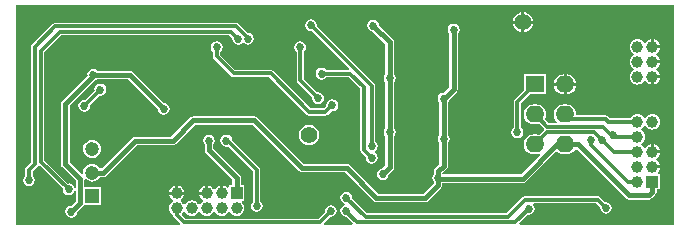
<source format=gbl>
G04 Layer_Physical_Order=2*
G04 Layer_Color=16711680*
%FSLAX23Y23*%
%MOIN*%
G70*
G01*
G75*
%ADD27C,0.016*%
%ADD28C,0.012*%
%ADD32C,0.055*%
%ADD33C,0.039*%
%ADD34R,0.039X0.039*%
%ADD35R,0.039X0.039*%
%ADD36O,0.062X0.055*%
%ADD37R,0.062X0.055*%
%ADD38C,0.047*%
%ADD39R,0.047X0.047*%
%ADD40C,0.027*%
G36*
X2352Y850D02*
X1838D01*
X1837Y854D01*
X1866Y884D01*
X1868Y883D01*
X1876Y885D01*
X1882Y889D01*
X1886Y895D01*
X1888Y903D01*
X1886Y911D01*
X1883Y916D01*
X1885Y921D01*
X2093D01*
X2107Y907D01*
X2106Y905D01*
X2108Y897D01*
X2112Y891D01*
X2118Y887D01*
X2126Y885D01*
X2134Y887D01*
X2140Y891D01*
X2144Y897D01*
X2146Y905D01*
X2144Y913D01*
X2140Y919D01*
X2134Y923D01*
X2126Y925D01*
X2124Y924D01*
X2107Y942D01*
X2103Y944D01*
X2098Y945D01*
X2098Y945D01*
X1857D01*
X1857Y945D01*
X1852Y944D01*
X1848Y942D01*
X1848Y942D01*
X1794Y887D01*
X1330D01*
X1280Y937D01*
X1281Y939D01*
X1279Y947D01*
X1275Y953D01*
X1269Y957D01*
X1261Y959D01*
X1253Y957D01*
X1247Y953D01*
X1243Y947D01*
X1241Y939D01*
X1243Y931D01*
X1247Y925D01*
X1253Y921D01*
X1256Y920D01*
Y915D01*
X1252Y914D01*
X1246Y910D01*
X1242Y904D01*
X1240Y896D01*
X1242Y888D01*
X1246Y882D01*
X1252Y878D01*
X1260Y876D01*
X1282Y854D01*
X1280Y850D01*
X1187D01*
X1186Y854D01*
X1207Y876D01*
X1209Y875D01*
X1217Y877D01*
X1223Y881D01*
X1227Y887D01*
X1229Y895D01*
X1227Y903D01*
X1223Y909D01*
X1217Y913D01*
X1209Y915D01*
X1201Y913D01*
X1195Y909D01*
X1191Y903D01*
X1189Y895D01*
X1190Y893D01*
X1167Y870D01*
X725D01*
X713Y882D01*
X713Y887D01*
X717Y892D01*
X720Y892D01*
X720D01*
X723Y892D01*
X727Y887D01*
X732Y883D01*
X738Y880D01*
X745Y879D01*
X752Y880D01*
X758Y883D01*
X763Y887D01*
X767Y892D01*
X770Y892D01*
X770D01*
X773Y892D01*
X777Y887D01*
X782Y883D01*
X788Y880D01*
X795Y879D01*
X802Y880D01*
X808Y883D01*
X813Y887D01*
X817Y892D01*
X820Y892D01*
X820D01*
X823Y892D01*
X827Y887D01*
X832Y883D01*
X838Y880D01*
X845Y879D01*
X852Y880D01*
X858Y883D01*
X863Y887D01*
X867Y892D01*
X870Y892D01*
X870D01*
X873Y892D01*
X877Y887D01*
X882Y883D01*
X888Y880D01*
X895Y879D01*
X902Y880D01*
X908Y883D01*
X913Y887D01*
X917Y892D01*
X920Y898D01*
X921Y905D01*
X920Y912D01*
X917Y918D01*
X913Y923D01*
X912Y924D01*
X914Y929D01*
X921D01*
Y981D01*
X909D01*
Y1005D01*
X908Y1010D01*
X905Y1015D01*
X817Y1103D01*
Y1116D01*
X821Y1122D01*
X823Y1130D01*
X821Y1138D01*
X817Y1144D01*
X811Y1148D01*
X803Y1150D01*
X795Y1148D01*
X789Y1144D01*
X785Y1138D01*
X783Y1130D01*
X785Y1122D01*
X789Y1116D01*
Y1097D01*
X790Y1092D01*
X793Y1087D01*
X881Y999D01*
Y981D01*
X869D01*
Y974D01*
X864Y972D01*
X863Y973D01*
X858Y977D01*
X852Y980D01*
X850Y980D01*
Y955D01*
X840D01*
Y980D01*
X838Y980D01*
X832Y977D01*
X827Y973D01*
X823Y968D01*
X820Y968D01*
X820D01*
X817Y968D01*
X813Y973D01*
X808Y977D01*
X802Y980D01*
X800Y980D01*
Y955D01*
X795D01*
Y950D01*
X770D01*
X770Y948D01*
X773Y942D01*
X777Y937D01*
X782Y933D01*
X782Y930D01*
Y930D01*
X782Y927D01*
X777Y923D01*
X773Y918D01*
X770Y918D01*
X770D01*
X767Y918D01*
X763Y923D01*
X758Y927D01*
X752Y930D01*
X745Y931D01*
X738Y930D01*
X732Y927D01*
X727Y923D01*
X723Y918D01*
X720Y918D01*
X720D01*
X717Y918D01*
X713Y923D01*
X708Y927D01*
X708Y930D01*
Y930D01*
X708Y933D01*
X713Y937D01*
X717Y942D01*
X720Y948D01*
X720Y950D01*
X670D01*
X670Y948D01*
X673Y942D01*
X677Y937D01*
X682Y933D01*
X682Y930D01*
Y930D01*
X682Y927D01*
X677Y923D01*
X673Y918D01*
X670Y912D01*
X669Y905D01*
X670Y898D01*
X673Y892D01*
X677Y887D01*
X682Y883D01*
X683Y882D01*
X684Y878D01*
X686Y874D01*
X706Y854D01*
X705Y850D01*
X161D01*
Y1582D01*
X2352D01*
Y850D01*
D02*
G37*
%LPC*%
G36*
X1927Y1351D02*
X1853D01*
Y1298D01*
X1822Y1267D01*
X1820Y1263D01*
X1819Y1258D01*
X1819Y1258D01*
Y1172D01*
X1817Y1171D01*
X1813Y1165D01*
X1811Y1157D01*
X1813Y1149D01*
X1817Y1143D01*
X1823Y1139D01*
X1831Y1137D01*
X1839Y1139D01*
X1845Y1143D01*
X1849Y1149D01*
X1851Y1157D01*
X1849Y1165D01*
X1845Y1171D01*
X1843Y1172D01*
Y1253D01*
X1874Y1284D01*
X1927D01*
Y1351D01*
D02*
G37*
G36*
X1136Y1183D02*
X1127Y1182D01*
X1119Y1178D01*
X1112Y1173D01*
X1107Y1166D01*
X1103Y1158D01*
X1102Y1149D01*
X1103Y1140D01*
X1107Y1132D01*
X1112Y1125D01*
X1119Y1120D01*
X1127Y1116D01*
X1136Y1115D01*
X1145Y1116D01*
X1153Y1120D01*
X1160Y1125D01*
X1165Y1132D01*
X1169Y1140D01*
X1170Y1149D01*
X1169Y1158D01*
X1165Y1166D01*
X1160Y1173D01*
X1153Y1178D01*
X1145Y1182D01*
X1136Y1183D01*
D02*
G37*
G36*
X2286Y1118D02*
Y1097D01*
X2306D01*
X2306Y1099D01*
X2303Y1105D01*
X2299Y1111D01*
X2294Y1115D01*
X2287Y1117D01*
X2286Y1118D01*
D02*
G37*
G36*
X1107Y1461D02*
X1099Y1459D01*
X1093Y1455D01*
X1089Y1449D01*
X1087Y1441D01*
X1089Y1433D01*
X1093Y1427D01*
X1095Y1426D01*
Y1331D01*
X1095Y1331D01*
X1096Y1326D01*
X1098Y1322D01*
X1148Y1273D01*
X1147Y1271D01*
X1149Y1263D01*
X1153Y1257D01*
X1159Y1253D01*
X1167Y1251D01*
X1175Y1253D01*
X1181Y1257D01*
X1185Y1263D01*
X1187Y1271D01*
X1185Y1279D01*
X1181Y1285D01*
X1175Y1289D01*
X1167Y1291D01*
X1165Y1290D01*
X1119Y1336D01*
Y1426D01*
X1121Y1427D01*
X1125Y1433D01*
X1127Y1441D01*
X1125Y1449D01*
X1121Y1455D01*
X1115Y1459D01*
X1107Y1461D01*
D02*
G37*
G36*
X828D02*
X820Y1459D01*
X814Y1455D01*
X810Y1449D01*
X808Y1441D01*
X810Y1433D01*
X814Y1427D01*
X816Y1426D01*
Y1411D01*
X816Y1411D01*
X817Y1406D01*
X819Y1402D01*
X876Y1345D01*
X876Y1345D01*
X880Y1343D01*
X885Y1342D01*
X885Y1342D01*
X1003D01*
X1128Y1216D01*
X1128Y1216D01*
X1132Y1214D01*
X1137Y1213D01*
X1191D01*
X1191Y1213D01*
X1196Y1214D01*
X1200Y1216D01*
X1212Y1229D01*
X1214Y1228D01*
X1222Y1230D01*
X1228Y1234D01*
X1232Y1240D01*
X1234Y1248D01*
X1232Y1256D01*
X1228Y1262D01*
X1222Y1266D01*
X1214Y1268D01*
X1206Y1266D01*
X1200Y1262D01*
X1196Y1256D01*
X1194Y1248D01*
X1195Y1246D01*
X1186Y1237D01*
X1142D01*
X1017Y1363D01*
X1013Y1365D01*
X1008Y1366D01*
X1008Y1366D01*
X890D01*
X840Y1416D01*
Y1426D01*
X842Y1427D01*
X846Y1433D01*
X848Y1441D01*
X846Y1449D01*
X842Y1455D01*
X836Y1459D01*
X828Y1461D01*
D02*
G37*
G36*
X894Y1523D02*
X894Y1523D01*
X291D01*
X286Y1522D01*
X282Y1520D01*
X282Y1520D01*
X213Y1451D01*
X211Y1447D01*
X210Y1442D01*
X210Y1442D01*
Y1057D01*
X194Y1041D01*
X191Y1037D01*
X191Y1033D01*
X191Y1031D01*
Y1013D01*
X189Y1012D01*
X185Y1006D01*
X183Y998D01*
X185Y990D01*
X189Y984D01*
X195Y980D01*
X203Y978D01*
X211Y980D01*
X217Y984D01*
X221Y990D01*
X223Y998D01*
X221Y1006D01*
X217Y1012D01*
X215Y1013D01*
Y1028D01*
X231Y1043D01*
X232Y1046D01*
X238Y1047D01*
X316Y969D01*
X315Y967D01*
X317Y959D01*
X321Y953D01*
X327Y949D01*
X335Y947D01*
X343Y949D01*
X349Y953D01*
X353Y959D01*
X354Y962D01*
X359Y961D01*
Y928D01*
X344Y913D01*
X336Y911D01*
X330Y907D01*
X326Y901D01*
X324Y893D01*
X326Y885D01*
X330Y879D01*
X336Y875D01*
X344Y873D01*
X352Y875D01*
X358Y879D01*
X362Y885D01*
X364Y893D01*
X383Y912D01*
X385Y915D01*
X443D01*
Y974D01*
X387D01*
Y1000D01*
X391Y1001D01*
X392Y1002D01*
X398Y997D01*
X405Y994D01*
X413Y993D01*
X421Y994D01*
X428Y997D01*
X434Y1002D01*
X439Y1008D01*
X439Y1009D01*
X451D01*
X456Y1010D01*
X461Y1013D01*
X562Y1114D01*
X682D01*
X687Y1115D01*
X692Y1118D01*
X757Y1183D01*
X948D01*
X1103Y1028D01*
X1108Y1025D01*
X1113Y1024D01*
X1256D01*
X1351Y929D01*
X1356Y926D01*
X1361Y925D01*
X1524D01*
X1529Y926D01*
X1534Y929D01*
X1577Y972D01*
X1580Y977D01*
X1581Y982D01*
Y989D01*
X1849D01*
X1854Y990D01*
X1859Y993D01*
X1960Y1094D01*
X1963Y1093D01*
X1970Y1088D01*
X1978Y1085D01*
X1987Y1084D01*
X1993D01*
X2002Y1085D01*
X2010Y1088D01*
X2017Y1093D01*
X2022Y1100D01*
X2025Y1101D01*
X2028Y1101D01*
X2192Y937D01*
X2197Y934D01*
X2202Y933D01*
X2268D01*
X2273Y934D01*
X2278Y937D01*
X2291Y950D01*
X2294Y954D01*
X2295Y960D01*
Y967D01*
X2306D01*
Y1018D01*
X2299D01*
X2298Y1023D01*
X2299Y1024D01*
X2303Y1029D01*
X2306Y1036D01*
X2306Y1037D01*
X2281D01*
Y1047D01*
X2306D01*
X2306Y1049D01*
X2303Y1055D01*
X2299Y1061D01*
X2294Y1065D01*
X2293Y1067D01*
Y1067D01*
X2294Y1070D01*
X2299Y1074D01*
X2303Y1079D01*
X2306Y1086D01*
X2306Y1087D01*
X2281D01*
Y1092D01*
X2276D01*
Y1118D01*
X2274Y1117D01*
X2268Y1115D01*
X2262Y1111D01*
X2258Y1106D01*
X2256Y1105D01*
X2256D01*
X2253Y1106D01*
X2249Y1111D01*
X2244Y1115D01*
X2243Y1117D01*
Y1117D01*
X2244Y1120D01*
X2249Y1124D01*
X2253Y1129D01*
X2256Y1136D01*
X2257Y1142D01*
X2256Y1149D01*
X2253Y1155D01*
X2249Y1161D01*
X2244Y1165D01*
X2243Y1167D01*
Y1167D01*
X2244Y1170D01*
X2249Y1174D01*
X2253Y1179D01*
X2256Y1180D01*
X2256D01*
X2258Y1179D01*
X2262Y1174D01*
X2268Y1170D01*
X2274Y1167D01*
X2281Y1166D01*
X2287Y1167D01*
X2294Y1170D01*
X2299Y1174D01*
X2303Y1179D01*
X2306Y1186D01*
X2307Y1192D01*
X2306Y1199D01*
X2303Y1205D01*
X2299Y1211D01*
X2294Y1215D01*
X2287Y1217D01*
X2281Y1218D01*
X2274Y1217D01*
X2268Y1215D01*
X2262Y1211D01*
X2258Y1206D01*
X2256Y1205D01*
X2256D01*
X2253Y1206D01*
X2249Y1211D01*
X2244Y1215D01*
X2237Y1217D01*
X2231Y1218D01*
X2224Y1217D01*
X2218Y1215D01*
X2212Y1211D01*
X2208Y1205D01*
X2208Y1205D01*
X2139D01*
X2134Y1211D01*
X2130Y1213D01*
X2125Y1214D01*
X2125Y1214D01*
X2030D01*
X2027Y1217D01*
X2026Y1226D01*
X2023Y1234D01*
X2017Y1241D01*
X2010Y1247D01*
X2002Y1250D01*
X1993Y1251D01*
X1987D01*
X1978Y1250D01*
X1970Y1247D01*
X1963Y1241D01*
X1957Y1234D01*
X1954Y1226D01*
X1953Y1217D01*
X1954Y1209D01*
X1957Y1200D01*
X1963Y1193D01*
X1963Y1193D01*
X1962Y1188D01*
X1936D01*
X1923Y1201D01*
X1926Y1209D01*
X1927Y1217D01*
X1926Y1226D01*
X1923Y1234D01*
X1917Y1241D01*
X1910Y1247D01*
X1902Y1250D01*
X1893Y1251D01*
X1887D01*
X1878Y1250D01*
X1870Y1247D01*
X1863Y1241D01*
X1857Y1234D01*
X1854Y1226D01*
X1853Y1217D01*
X1854Y1209D01*
X1857Y1200D01*
X1863Y1193D01*
X1870Y1188D01*
X1878Y1185D01*
X1887Y1184D01*
X1893D01*
X1902Y1185D01*
X1905Y1186D01*
X1919Y1171D01*
X1920Y1170D01*
X1919Y1164D01*
X1905Y1149D01*
X1902Y1150D01*
X1893Y1151D01*
X1887D01*
X1878Y1150D01*
X1870Y1147D01*
X1863Y1141D01*
X1857Y1134D01*
X1854Y1126D01*
X1853Y1117D01*
X1854Y1109D01*
X1857Y1100D01*
X1863Y1093D01*
X1870Y1088D01*
X1878Y1085D01*
X1887Y1084D01*
X1893D01*
X1902Y1085D01*
X1905Y1086D01*
X1907Y1081D01*
X1843Y1017D01*
X1582D01*
X1581Y1019D01*
Y1022D01*
X1595Y1036D01*
X1598Y1041D01*
X1599Y1046D01*
Y1122D01*
X1603Y1129D01*
X1605Y1136D01*
X1603Y1144D01*
X1599Y1150D01*
Y1256D01*
X1603Y1262D01*
X1605Y1270D01*
X1628Y1293D01*
X1631Y1298D01*
X1632Y1303D01*
Y1486D01*
X1636Y1492D01*
X1638Y1500D01*
X1636Y1508D01*
X1632Y1514D01*
X1626Y1518D01*
X1618Y1520D01*
X1610Y1518D01*
X1604Y1514D01*
X1600Y1508D01*
X1598Y1500D01*
X1600Y1492D01*
X1604Y1486D01*
Y1309D01*
X1585Y1290D01*
X1577Y1288D01*
X1571Y1284D01*
X1567Y1278D01*
X1565Y1270D01*
X1567Y1262D01*
X1571Y1256D01*
Y1150D01*
X1567Y1144D01*
X1565Y1136D01*
X1567Y1129D01*
X1571Y1122D01*
Y1052D01*
X1557Y1038D01*
X1554Y1033D01*
X1553Y1028D01*
Y1019D01*
X1549Y1013D01*
X1547Y1005D01*
X1549Y997D01*
X1553Y991D01*
Y988D01*
X1518Y953D01*
X1367D01*
X1272Y1048D01*
X1267Y1051D01*
X1262Y1052D01*
X1119D01*
X964Y1207D01*
X959Y1210D01*
X954Y1211D01*
X751D01*
X746Y1210D01*
X741Y1207D01*
X676Y1142D01*
X556D01*
X551Y1141D01*
X546Y1138D01*
X445Y1037D01*
X439D01*
X439Y1038D01*
X434Y1044D01*
X428Y1049D01*
X421Y1052D01*
X413Y1053D01*
X405Y1052D01*
X398Y1049D01*
X392Y1044D01*
X387Y1038D01*
X384Y1031D01*
X383Y1023D01*
X384Y1019D01*
X379Y1016D01*
X338Y1057D01*
Y1247D01*
X421Y1330D01*
X425Y1331D01*
X431Y1335D01*
X533D01*
X632Y1236D01*
X634Y1228D01*
X638Y1222D01*
X644Y1218D01*
X652Y1216D01*
X660Y1218D01*
X666Y1222D01*
X670Y1228D01*
X672Y1236D01*
X670Y1244D01*
X666Y1250D01*
X660Y1254D01*
X652Y1256D01*
X549Y1359D01*
X544Y1362D01*
X539Y1363D01*
X431D01*
X425Y1367D01*
X417Y1369D01*
X409Y1367D01*
X403Y1363D01*
X399Y1357D01*
X397Y1349D01*
X398Y1347D01*
X314Y1263D01*
X311Y1258D01*
X310Y1253D01*
Y1051D01*
X311Y1046D01*
X314Y1041D01*
X359Y997D01*
Y973D01*
X354Y972D01*
X353Y975D01*
X349Y981D01*
X343Y985D01*
X335Y987D01*
X333Y986D01*
X254Y1065D01*
Y1425D01*
X310Y1481D01*
X871D01*
X881Y1471D01*
X880Y1469D01*
X882Y1461D01*
X886Y1455D01*
X892Y1451D01*
X900Y1449D01*
X908Y1451D01*
X914Y1455D01*
X917Y1456D01*
X919D01*
X925Y1452D01*
X933Y1450D01*
X941Y1452D01*
X947Y1456D01*
X951Y1462D01*
X953Y1470D01*
X951Y1478D01*
X947Y1484D01*
X941Y1488D01*
X933Y1490D01*
X932Y1490D01*
X903Y1520D01*
X899Y1522D01*
X894Y1523D01*
D02*
G37*
G36*
X700Y980D02*
Y960D01*
X720D01*
X720Y962D01*
X717Y968D01*
X713Y973D01*
X708Y977D01*
X702Y980D01*
X700Y980D01*
D02*
G37*
G36*
X690D02*
X688Y980D01*
X682Y977D01*
X677Y973D01*
X673Y968D01*
X670Y962D01*
X670Y960D01*
X690D01*
Y980D01*
D02*
G37*
G36*
X860Y1150D02*
X853Y1148D01*
X846Y1144D01*
X842Y1138D01*
X841Y1130D01*
X842Y1122D01*
X846Y1116D01*
X853Y1112D01*
X860Y1110D01*
X866Y1111D01*
X950Y1027D01*
Y927D01*
X948Y926D01*
X944Y920D01*
X942Y912D01*
X944Y904D01*
X948Y898D01*
X954Y894D01*
X962Y892D01*
X970Y894D01*
X976Y898D01*
X980Y904D01*
X982Y912D01*
X980Y920D01*
X976Y926D01*
X974Y927D01*
Y1032D01*
X974Y1032D01*
X973Y1037D01*
X971Y1041D01*
X880Y1131D01*
X879Y1138D01*
X875Y1144D01*
X868Y1148D01*
X860Y1150D01*
D02*
G37*
G36*
X413Y1132D02*
X405Y1131D01*
X398Y1128D01*
X392Y1123D01*
X387Y1117D01*
X384Y1109D01*
X383Y1102D01*
X384Y1094D01*
X387Y1087D01*
X392Y1081D01*
X398Y1076D01*
X405Y1073D01*
X413Y1072D01*
X421Y1073D01*
X428Y1076D01*
X434Y1081D01*
X439Y1087D01*
X442Y1094D01*
X443Y1102D01*
X442Y1109D01*
X439Y1117D01*
X434Y1123D01*
X428Y1128D01*
X421Y1131D01*
X413Y1132D01*
D02*
G37*
G36*
X1350Y1533D02*
X1342Y1531D01*
X1336Y1527D01*
X1332Y1521D01*
X1330Y1513D01*
X1332Y1505D01*
X1336Y1499D01*
X1342Y1495D01*
X1350Y1493D01*
X1391Y1452D01*
Y1352D01*
X1391Y1352D01*
X1386Y1345D01*
X1385Y1338D01*
X1386Y1330D01*
X1391Y1324D01*
X1391Y1324D01*
Y1172D01*
X1387Y1166D01*
X1385Y1158D01*
X1387Y1150D01*
X1391Y1144D01*
Y1047D01*
X1382Y1038D01*
X1374Y1036D01*
X1368Y1032D01*
X1364Y1026D01*
X1362Y1018D01*
X1364Y1010D01*
X1368Y1004D01*
X1374Y1000D01*
X1382Y998D01*
X1390Y1000D01*
X1396Y1004D01*
X1400Y1010D01*
X1402Y1018D01*
X1415Y1031D01*
X1418Y1036D01*
X1419Y1041D01*
Y1144D01*
X1423Y1150D01*
X1425Y1158D01*
X1423Y1166D01*
X1419Y1172D01*
Y1324D01*
X1423Y1330D01*
X1425Y1338D01*
X1423Y1345D01*
X1419Y1352D01*
Y1458D01*
X1418Y1463D01*
X1415Y1468D01*
X1370Y1513D01*
X1368Y1521D01*
X1364Y1527D01*
X1358Y1531D01*
X1350Y1533D01*
D02*
G37*
G36*
X790Y980D02*
X788Y980D01*
X782Y977D01*
X777Y973D01*
X773Y968D01*
X770Y962D01*
X770Y960D01*
X790D01*
Y980D01*
D02*
G37*
G36*
X1844Y1519D02*
X1816D01*
X1816Y1515D01*
X1820Y1507D01*
X1825Y1500D01*
X1832Y1495D01*
X1840Y1491D01*
X1844Y1491D01*
Y1519D01*
D02*
G37*
G36*
X2286Y1468D02*
Y1447D01*
X2306D01*
X2306Y1449D01*
X2303Y1455D01*
X2299Y1461D01*
X2294Y1465D01*
X2287Y1467D01*
X2286Y1468D01*
D02*
G37*
G36*
X1143Y1534D02*
X1135Y1532D01*
X1129Y1528D01*
X1125Y1522D01*
X1123Y1514D01*
X1125Y1506D01*
X1129Y1500D01*
X1135Y1496D01*
X1143Y1494D01*
X1145Y1495D01*
X1270Y1370D01*
X1268Y1365D01*
X1193D01*
X1192Y1367D01*
X1186Y1371D01*
X1178Y1373D01*
X1170Y1371D01*
X1164Y1367D01*
X1160Y1361D01*
X1158Y1353D01*
X1160Y1345D01*
X1164Y1339D01*
X1170Y1335D01*
X1178Y1333D01*
X1186Y1335D01*
X1192Y1339D01*
X1193Y1341D01*
X1269D01*
X1307Y1303D01*
Y1099D01*
X1307Y1099D01*
X1308Y1094D01*
X1310Y1090D01*
X1326Y1075D01*
X1325Y1073D01*
X1327Y1065D01*
X1331Y1059D01*
X1337Y1055D01*
X1345Y1053D01*
X1353Y1055D01*
X1359Y1059D01*
X1363Y1065D01*
X1365Y1073D01*
X1363Y1081D01*
X1359Y1087D01*
X1356Y1089D01*
Y1095D01*
X1359Y1097D01*
X1363Y1103D01*
X1365Y1111D01*
X1363Y1119D01*
X1359Y1125D01*
X1357Y1126D01*
Y1312D01*
X1356Y1317D01*
X1354Y1321D01*
X1354Y1321D01*
X1162Y1512D01*
X1163Y1514D01*
X1161Y1522D01*
X1157Y1528D01*
X1151Y1532D01*
X1143Y1534D01*
D02*
G37*
G36*
X1854Y1557D02*
Y1529D01*
X1882D01*
X1882Y1533D01*
X1878Y1541D01*
X1873Y1548D01*
X1866Y1553D01*
X1858Y1557D01*
X1854Y1557D01*
D02*
G37*
G36*
X1844D02*
X1840Y1557D01*
X1832Y1553D01*
X1825Y1548D01*
X1820Y1541D01*
X1816Y1533D01*
X1816Y1529D01*
X1844D01*
Y1557D01*
D02*
G37*
G36*
X1882Y1519D02*
X1854D01*
Y1491D01*
X1858Y1491D01*
X1866Y1495D01*
X1873Y1500D01*
X1878Y1507D01*
X1882Y1515D01*
X1882Y1519D01*
D02*
G37*
G36*
X1995Y1351D02*
Y1322D01*
X2027D01*
X2026Y1326D01*
X2023Y1334D01*
X2017Y1341D01*
X2010Y1347D01*
X2002Y1350D01*
X1995Y1351D01*
D02*
G37*
G36*
X2027Y1312D02*
X1995D01*
Y1284D01*
X2002Y1285D01*
X2010Y1288D01*
X2017Y1293D01*
X2023Y1300D01*
X2026Y1309D01*
X2027Y1312D01*
D02*
G37*
G36*
X1985D02*
X1953D01*
X1954Y1309D01*
X1957Y1300D01*
X1963Y1293D01*
X1970Y1288D01*
X1978Y1285D01*
X1985Y1284D01*
Y1312D01*
D02*
G37*
G36*
X441Y1320D02*
X433Y1318D01*
X427Y1314D01*
X423Y1308D01*
X421Y1300D01*
X422Y1298D01*
X389Y1265D01*
X387Y1266D01*
X379Y1264D01*
X373Y1260D01*
X369Y1254D01*
X367Y1246D01*
X369Y1238D01*
X373Y1232D01*
X379Y1228D01*
X387Y1226D01*
X395Y1228D01*
X401Y1232D01*
X405Y1238D01*
X407Y1246D01*
X406Y1248D01*
X439Y1281D01*
X441Y1280D01*
X449Y1282D01*
X455Y1286D01*
X459Y1292D01*
X461Y1300D01*
X459Y1308D01*
X455Y1314D01*
X449Y1318D01*
X441Y1320D01*
D02*
G37*
G36*
X1985Y1351D02*
X1978Y1350D01*
X1970Y1347D01*
X1963Y1341D01*
X1957Y1334D01*
X1954Y1326D01*
X1953Y1322D01*
X1985D01*
Y1351D01*
D02*
G37*
G36*
X2306Y1337D02*
X2286D01*
Y1317D01*
X2287Y1317D01*
X2294Y1320D01*
X2299Y1324D01*
X2303Y1329D01*
X2306Y1336D01*
X2306Y1337D01*
D02*
G37*
G36*
X2231Y1468D02*
X2224Y1467D01*
X2218Y1465D01*
X2212Y1461D01*
X2208Y1455D01*
X2206Y1449D01*
X2205Y1442D01*
X2206Y1436D01*
X2208Y1429D01*
X2212Y1424D01*
X2217Y1420D01*
X2218Y1417D01*
Y1417D01*
X2217Y1415D01*
X2212Y1411D01*
X2208Y1405D01*
X2206Y1399D01*
X2205Y1392D01*
X2206Y1386D01*
X2208Y1379D01*
X2212Y1374D01*
X2217Y1370D01*
X2218Y1367D01*
Y1367D01*
X2217Y1365D01*
X2212Y1361D01*
X2208Y1355D01*
X2206Y1349D01*
X2205Y1342D01*
X2206Y1336D01*
X2208Y1329D01*
X2212Y1324D01*
X2218Y1320D01*
X2224Y1317D01*
X2231Y1316D01*
X2237Y1317D01*
X2244Y1320D01*
X2249Y1324D01*
X2253Y1329D01*
X2256Y1330D01*
X2256D01*
X2258Y1329D01*
X2262Y1324D01*
X2268Y1320D01*
X2274Y1317D01*
X2276Y1317D01*
Y1342D01*
X2281D01*
Y1347D01*
X2306D01*
X2306Y1349D01*
X2303Y1355D01*
X2299Y1361D01*
X2294Y1365D01*
X2293Y1367D01*
Y1367D01*
X2294Y1370D01*
X2299Y1374D01*
X2303Y1379D01*
X2306Y1386D01*
X2306Y1387D01*
X2281D01*
Y1397D01*
X2306D01*
X2306Y1399D01*
X2303Y1405D01*
X2299Y1411D01*
X2294Y1415D01*
X2293Y1417D01*
Y1417D01*
X2294Y1420D01*
X2299Y1424D01*
X2303Y1429D01*
X2306Y1436D01*
X2306Y1437D01*
X2281D01*
Y1442D01*
X2276D01*
Y1468D01*
X2274Y1467D01*
X2268Y1465D01*
X2262Y1461D01*
X2258Y1456D01*
X2256Y1455D01*
X2256D01*
X2253Y1456D01*
X2249Y1461D01*
X2244Y1465D01*
X2237Y1467D01*
X2231Y1468D01*
D02*
G37*
%LPD*%
D27*
X1585Y1270D02*
X1618Y1303D01*
Y1500D01*
X1585Y1046D02*
Y1136D01*
X1567Y1028D02*
X1585Y1046D01*
X1567Y1005D02*
Y1028D01*
Y1005D02*
X1569Y1003D01*
X1361Y939D02*
X1524D01*
X1567Y982D01*
Y1005D01*
X2202Y947D02*
X2268D01*
X2032Y1117D02*
X2202Y947D01*
X1990Y1117D02*
X2032D01*
X1963D02*
X1990D01*
X1849Y1003D02*
X1963Y1117D01*
X1569Y1003D02*
X1849D01*
X324Y1051D02*
X373Y1002D01*
Y922D02*
Y1002D01*
X344Y893D02*
X373Y922D01*
X324Y1253D02*
X419Y1347D01*
X324Y1051D02*
Y1253D01*
X539Y1349D02*
X652Y1236D01*
X417Y1349D02*
X539D01*
X1113Y1038D02*
X1262D01*
X954Y1197D02*
X1113Y1038D01*
X751Y1197D02*
X954D01*
X1262Y1038D02*
X1361Y939D01*
X2281Y960D02*
Y992D01*
X2268Y947D02*
X2281Y960D01*
X895Y955D02*
Y1005D01*
X803Y1097D02*
X895Y1005D01*
X1405Y1158D02*
Y1458D01*
X803Y1097D02*
Y1130D01*
X1350Y1513D02*
X1405Y1458D01*
X1585Y1136D02*
Y1269D01*
X413Y1009D02*
X413D01*
Y1023D02*
X451D01*
X556Y1128D01*
X682D01*
X751Y1197D01*
X1382Y1018D02*
X1405Y1041D01*
Y1158D01*
D28*
X1831Y1258D02*
X1890Y1317D01*
X1831Y1157D02*
Y1258D01*
X2125Y1202D02*
X2134Y1193D01*
X2005Y1202D02*
X2125D01*
X1990Y1217D02*
X2005Y1202D01*
X2116Y1176D02*
X2144Y1148D01*
X1931Y1176D02*
X2116D01*
X2086Y1158D02*
X2113Y1131D01*
X1931Y1158D02*
X2086D01*
X1890Y1217D02*
X1931Y1176D01*
X1890Y1117D02*
X1931Y1158D01*
X2144Y1148D02*
X2150D01*
X2134Y1193D02*
X2230D01*
X2155Y1147D02*
X2160Y1142D01*
X2076Y1114D02*
X2198Y992D01*
X2076Y1114D02*
Y1131D01*
X2113Y1131D02*
X2152Y1092D01*
X2160Y1142D02*
X2231D01*
X203Y998D02*
Y1032D01*
X203Y1033D02*
X203Y1032D01*
X203Y1033D02*
X222Y1052D01*
Y1442D01*
X242Y1060D02*
X335Y967D01*
X242Y1060D02*
Y1430D01*
X1345Y1111D02*
Y1312D01*
X291Y1511D02*
X894D01*
X925Y1478D02*
X933Y1470D01*
X925Y1478D02*
Y1480D01*
X894Y1511D02*
X925Y1480D01*
X222Y1442D02*
X291Y1511D01*
X2098Y933D02*
X2126Y905D01*
X1857Y933D02*
X2098D01*
X1799Y875D02*
X1857Y933D01*
X876Y1493D02*
X900Y1469D01*
X305Y1493D02*
X876D01*
X242Y1430D02*
X305Y1493D01*
X1107Y1331D02*
X1167Y1271D01*
X1107Y1331D02*
Y1441D01*
X1191Y1225D02*
X1214Y1248D01*
X1137Y1225D02*
X1191D01*
X1008Y1354D02*
X1137Y1225D01*
X1822Y857D02*
X1868Y903D01*
X1296Y857D02*
X1822D01*
X1261Y939D02*
X1325Y875D01*
X1172Y858D02*
X1209Y895D01*
X1260Y893D02*
Y896D01*
Y893D02*
X1296Y857D01*
X720Y858D02*
X1172D01*
X859Y1135D02*
X962Y1032D01*
Y912D02*
Y1032D01*
X695Y883D02*
X720Y858D01*
X695Y883D02*
Y905D01*
X2230Y1193D02*
X2231Y1192D01*
X1325Y875D02*
X1799D01*
X828Y1411D02*
Y1441D01*
Y1411D02*
X885Y1354D01*
X1008D01*
X387Y1246D02*
X441Y1300D01*
X1319Y1099D02*
X1345Y1073D01*
X1143Y1514D02*
X1345Y1312D01*
X1178Y1353D02*
X1274D01*
X1319Y1308D01*
Y1099D02*
Y1308D01*
X2198Y992D02*
X2231D01*
X2152Y1092D02*
X2231D01*
D32*
X1136Y1149D02*
D03*
X1849Y1524D02*
D03*
D33*
X695Y905D02*
D03*
Y955D02*
D03*
X745Y905D02*
D03*
X795D02*
D03*
Y955D02*
D03*
X845Y905D02*
D03*
Y955D02*
D03*
X895Y905D02*
D03*
X2231Y992D02*
D03*
X2281Y1042D02*
D03*
X2231D02*
D03*
X2281Y1092D02*
D03*
X2231D02*
D03*
Y1142D02*
D03*
X2281Y1192D02*
D03*
X2231D02*
D03*
X2281Y1342D02*
D03*
X2231D02*
D03*
X2281Y1392D02*
D03*
X2231D02*
D03*
X2281Y1442D02*
D03*
X2231D02*
D03*
D34*
X895Y955D02*
D03*
D35*
X2281Y992D02*
D03*
D36*
X1890Y1117D02*
D03*
Y1217D02*
D03*
X1990Y1117D02*
D03*
Y1217D02*
D03*
Y1317D02*
D03*
D37*
X1890D02*
D03*
D38*
X413Y1023D02*
D03*
Y1102D02*
D03*
D39*
Y944D02*
D03*
D40*
X1618Y1500D02*
D03*
X1770Y1033D02*
D03*
X1567Y1005D02*
D03*
X1751Y1277D02*
D03*
X1831Y1157D02*
D03*
X2150Y1148D02*
D03*
X2076Y1131D02*
D03*
X2182Y1239D02*
D03*
X2043Y1241D02*
D03*
X1958Y1069D02*
D03*
X365Y1174D02*
D03*
X195Y929D02*
D03*
X203Y998D02*
D03*
X239Y929D02*
D03*
X335Y930D02*
D03*
X1491Y1132D02*
D03*
X1374Y1137D02*
D03*
X1345Y1111D02*
D03*
X1021Y1008D02*
D03*
X720Y1072D02*
D03*
X2126Y905D02*
D03*
X417Y1349D02*
D03*
X669Y1344D02*
D03*
X750Y1379D02*
D03*
X823Y1543D02*
D03*
X1214Y1248D02*
D03*
X1167Y1271D02*
D03*
X1627Y1188D02*
D03*
X1684Y1032D02*
D03*
X1467Y908D02*
D03*
X1769Y974D02*
D03*
X2223Y906D02*
D03*
X1868Y903D02*
D03*
X1261Y939D02*
D03*
X1209Y895D02*
D03*
X1585Y1270D02*
D03*
X1260Y896D02*
D03*
X1537Y1390D02*
D03*
X1510Y971D02*
D03*
X447Y1228D02*
D03*
X652Y1236D02*
D03*
X565Y938D02*
D03*
X640Y1380D02*
D03*
X559Y1558D02*
D03*
X523Y1453D02*
D03*
X1337Y1029D02*
D03*
X1107Y1441D02*
D03*
X525Y992D02*
D03*
X344Y893D02*
D03*
X962Y912D02*
D03*
X335Y967D02*
D03*
X185Y1495D02*
D03*
X285Y1564D02*
D03*
X1092Y915D02*
D03*
X860Y1130D02*
D03*
X803D02*
D03*
X1819Y1070D02*
D03*
X1143Y1514D02*
D03*
X1508Y1498D02*
D03*
X1405Y1158D02*
D03*
X1345Y1073D02*
D03*
X1455Y1183D02*
D03*
X1539Y1052D02*
D03*
X1585Y1136D02*
D03*
X1466Y1432D02*
D03*
X1590Y1338D02*
D03*
X943Y1534D02*
D03*
X1779Y1187D02*
D03*
X1350Y1348D02*
D03*
X1774Y1351D02*
D03*
X1348Y1422D02*
D03*
X1241Y1551D02*
D03*
X1350Y1513D02*
D03*
X1178Y1353D02*
D03*
X576Y864D02*
D03*
X483Y937D02*
D03*
X503Y1228D02*
D03*
X2070Y866D02*
D03*
X1933Y865D02*
D03*
X1493Y1292D02*
D03*
X1660Y1358D02*
D03*
X938Y1232D02*
D03*
Y1163D02*
D03*
X933Y1470D02*
D03*
X900Y1469D02*
D03*
X828Y1441D02*
D03*
X387Y1246D02*
D03*
X441Y1300D02*
D03*
X1313Y926D02*
D03*
X1170Y915D02*
D03*
X1289Y1147D02*
D03*
X1405Y1338D02*
D03*
X1382Y1018D02*
D03*
X595Y992D02*
D03*
X2114Y1367D02*
D03*
X2292Y1261D02*
D03*
X2018Y1069D02*
D03*
X2113Y1131D02*
D03*
X2013Y1521D02*
D03*
X2008Y1414D02*
D03*
X2080Y1395D02*
D03*
X1834Y1412D02*
D03*
X2147Y1485D02*
D03*
X2241Y1556D02*
D03*
M02*

</source>
